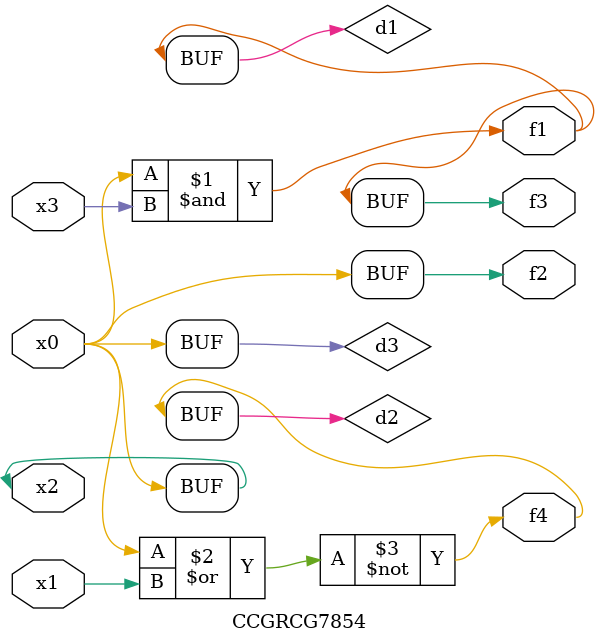
<source format=v>
module CCGRCG7854(
	input x0, x1, x2, x3,
	output f1, f2, f3, f4
);

	wire d1, d2, d3;

	and (d1, x2, x3);
	nor (d2, x0, x1);
	buf (d3, x0, x2);
	assign f1 = d1;
	assign f2 = d3;
	assign f3 = d1;
	assign f4 = d2;
endmodule

</source>
